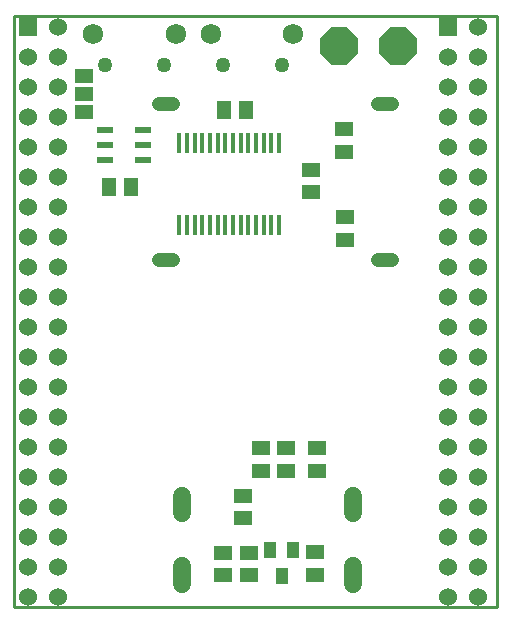
<source format=gbs>
G75*
%MOIN*%
%OFA0B0*%
%FSLAX25Y25*%
%IPPOS*%
%LPD*%
%AMOC8*
5,1,8,0,0,1.08239X$1,22.5*
%
%ADD10C,0.01000*%
%ADD11C,0.06000*%
%ADD12R,0.06000X0.06000*%
%ADD13R,0.05236X0.02087*%
%ADD14R,0.05118X0.05906*%
%ADD15C,0.06791*%
%ADD16C,0.05020*%
%ADD17C,0.04724*%
%ADD18R,0.06300X0.04600*%
%ADD19OC8,0.12500*%
%ADD20R,0.01370X0.07087*%
%ADD21C,0.05900*%
%ADD22C,0.00000*%
%ADD23C,0.03543*%
%ADD24R,0.05906X0.05118*%
%ADD25R,0.03937X0.05512*%
%ADD26R,0.06299X0.05118*%
D10*
X0019033Y0019923D02*
X0019033Y0216673D01*
X0180033Y0216673D01*
X0180033Y0019923D01*
X0019033Y0019923D01*
D11*
X0023955Y0023159D03*
X0023955Y0033159D03*
X0033955Y0033159D03*
X0033955Y0023159D03*
X0033955Y0043159D03*
X0033955Y0053159D03*
X0033955Y0063159D03*
X0033955Y0073159D03*
X0033955Y0083159D03*
X0033955Y0093159D03*
X0033955Y0103159D03*
X0033955Y0113159D03*
X0033955Y0123159D03*
X0033955Y0133159D03*
X0033955Y0143159D03*
X0033955Y0153159D03*
X0033955Y0163159D03*
X0033955Y0173159D03*
X0033955Y0183159D03*
X0033955Y0193159D03*
X0033955Y0203159D03*
X0033955Y0213159D03*
X0023955Y0203159D03*
X0023955Y0193159D03*
X0023955Y0183159D03*
X0023955Y0173159D03*
X0023955Y0163159D03*
X0023955Y0153159D03*
X0023955Y0143159D03*
X0023955Y0133159D03*
X0023955Y0123159D03*
X0023955Y0113159D03*
X0023955Y0103159D03*
X0023955Y0093159D03*
X0023955Y0083159D03*
X0023955Y0073159D03*
X0023955Y0063159D03*
X0023955Y0053159D03*
X0023955Y0043159D03*
X0163955Y0043159D03*
X0163955Y0053159D03*
X0163955Y0063159D03*
X0173955Y0063159D03*
X0173955Y0053159D03*
X0173955Y0043159D03*
X0173955Y0033159D03*
X0173955Y0023159D03*
X0163955Y0023159D03*
X0163955Y0033159D03*
X0163955Y0073159D03*
X0163955Y0083159D03*
X0173955Y0083159D03*
X0173955Y0073159D03*
X0173955Y0093159D03*
X0173955Y0103159D03*
X0173955Y0113159D03*
X0173955Y0123159D03*
X0173955Y0133159D03*
X0173955Y0143159D03*
X0173955Y0153159D03*
X0173955Y0163159D03*
X0173955Y0173159D03*
X0173955Y0183159D03*
X0173955Y0193159D03*
X0173955Y0203159D03*
X0173955Y0213159D03*
X0163955Y0203159D03*
X0163955Y0193159D03*
X0163955Y0183159D03*
X0163955Y0173159D03*
X0163955Y0163159D03*
X0163955Y0153159D03*
X0163955Y0143159D03*
X0163955Y0133159D03*
X0163955Y0123159D03*
X0163955Y0113159D03*
X0163955Y0103159D03*
X0163955Y0093159D03*
D12*
X0163955Y0213159D03*
X0023955Y0213159D03*
D13*
X0049433Y0178773D03*
X0049433Y0173773D03*
X0049433Y0168773D03*
X0062033Y0168773D03*
X0062033Y0173773D03*
X0062033Y0178773D03*
D14*
X0058223Y0159823D03*
X0050743Y0159823D03*
X0088993Y0185323D03*
X0096473Y0185323D03*
D15*
X0084754Y0210797D03*
X0073113Y0210797D03*
X0045554Y0210797D03*
X0112313Y0210797D03*
D16*
X0108376Y0200462D03*
X0088691Y0200462D03*
X0069176Y0200462D03*
X0049491Y0200462D03*
D17*
X0067371Y0187523D02*
X0072096Y0187523D01*
X0072096Y0135523D02*
X0067371Y0135523D01*
X0140371Y0135523D02*
X0145096Y0135523D01*
X0145096Y0187523D02*
X0140371Y0187523D01*
D18*
X0042433Y0184923D03*
X0042433Y0190923D03*
X0042433Y0196923D03*
D19*
X0127577Y0206923D03*
X0147262Y0206923D03*
D20*
X0107474Y0174429D03*
X0104915Y0174429D03*
X0102356Y0174429D03*
X0099797Y0174429D03*
X0097238Y0174429D03*
X0094679Y0174429D03*
X0092120Y0174429D03*
X0089561Y0174429D03*
X0087002Y0174429D03*
X0084443Y0174429D03*
X0081884Y0174429D03*
X0079325Y0174429D03*
X0076766Y0174429D03*
X0074207Y0174429D03*
X0074207Y0147216D03*
X0076766Y0147216D03*
X0079325Y0147216D03*
X0081884Y0147216D03*
X0084443Y0147216D03*
X0087002Y0147216D03*
X0089561Y0147216D03*
X0092120Y0147216D03*
X0094679Y0147216D03*
X0097238Y0147216D03*
X0099797Y0147216D03*
X0102356Y0147216D03*
X0104915Y0147216D03*
X0107474Y0147216D03*
D21*
X0132277Y0056971D02*
X0132277Y0051071D01*
X0132277Y0033506D02*
X0132277Y0027606D01*
X0075190Y0027606D02*
X0075190Y0033506D01*
X0075190Y0051071D02*
X0075190Y0056971D01*
D22*
X0073418Y0056974D02*
X0073420Y0057058D01*
X0073426Y0057141D01*
X0073436Y0057224D01*
X0073450Y0057307D01*
X0073467Y0057389D01*
X0073489Y0057470D01*
X0073514Y0057549D01*
X0073543Y0057628D01*
X0073576Y0057705D01*
X0073612Y0057780D01*
X0073652Y0057854D01*
X0073695Y0057926D01*
X0073742Y0057995D01*
X0073792Y0058062D01*
X0073845Y0058127D01*
X0073901Y0058189D01*
X0073959Y0058249D01*
X0074021Y0058306D01*
X0074085Y0058359D01*
X0074152Y0058410D01*
X0074221Y0058457D01*
X0074292Y0058502D01*
X0074365Y0058542D01*
X0074440Y0058579D01*
X0074517Y0058613D01*
X0074595Y0058643D01*
X0074674Y0058669D01*
X0074755Y0058692D01*
X0074837Y0058710D01*
X0074919Y0058725D01*
X0075002Y0058736D01*
X0075085Y0058743D01*
X0075169Y0058746D01*
X0075253Y0058745D01*
X0075336Y0058740D01*
X0075420Y0058731D01*
X0075502Y0058718D01*
X0075584Y0058702D01*
X0075665Y0058681D01*
X0075746Y0058657D01*
X0075824Y0058629D01*
X0075902Y0058597D01*
X0075978Y0058561D01*
X0076052Y0058522D01*
X0076124Y0058480D01*
X0076194Y0058434D01*
X0076262Y0058385D01*
X0076327Y0058333D01*
X0076390Y0058278D01*
X0076450Y0058220D01*
X0076508Y0058159D01*
X0076562Y0058095D01*
X0076614Y0058029D01*
X0076662Y0057961D01*
X0076707Y0057890D01*
X0076748Y0057817D01*
X0076787Y0057743D01*
X0076821Y0057667D01*
X0076852Y0057589D01*
X0076879Y0057510D01*
X0076903Y0057429D01*
X0076922Y0057348D01*
X0076938Y0057266D01*
X0076950Y0057183D01*
X0076958Y0057099D01*
X0076962Y0057016D01*
X0076962Y0056932D01*
X0076958Y0056849D01*
X0076950Y0056765D01*
X0076938Y0056682D01*
X0076922Y0056600D01*
X0076903Y0056519D01*
X0076879Y0056438D01*
X0076852Y0056359D01*
X0076821Y0056281D01*
X0076787Y0056205D01*
X0076748Y0056131D01*
X0076707Y0056058D01*
X0076662Y0055987D01*
X0076614Y0055919D01*
X0076562Y0055853D01*
X0076508Y0055789D01*
X0076450Y0055728D01*
X0076390Y0055670D01*
X0076327Y0055615D01*
X0076262Y0055563D01*
X0076194Y0055514D01*
X0076124Y0055468D01*
X0076052Y0055426D01*
X0075978Y0055387D01*
X0075902Y0055351D01*
X0075824Y0055319D01*
X0075746Y0055291D01*
X0075665Y0055267D01*
X0075584Y0055246D01*
X0075502Y0055230D01*
X0075420Y0055217D01*
X0075336Y0055208D01*
X0075253Y0055203D01*
X0075169Y0055202D01*
X0075085Y0055205D01*
X0075002Y0055212D01*
X0074919Y0055223D01*
X0074837Y0055238D01*
X0074755Y0055256D01*
X0074674Y0055279D01*
X0074595Y0055305D01*
X0074517Y0055335D01*
X0074440Y0055369D01*
X0074365Y0055406D01*
X0074292Y0055446D01*
X0074221Y0055491D01*
X0074152Y0055538D01*
X0074085Y0055589D01*
X0074021Y0055642D01*
X0073959Y0055699D01*
X0073901Y0055759D01*
X0073845Y0055821D01*
X0073792Y0055886D01*
X0073742Y0055953D01*
X0073695Y0056022D01*
X0073652Y0056094D01*
X0073612Y0056168D01*
X0073576Y0056243D01*
X0073543Y0056320D01*
X0073514Y0056399D01*
X0073489Y0056478D01*
X0073467Y0056559D01*
X0073450Y0056641D01*
X0073436Y0056724D01*
X0073426Y0056807D01*
X0073420Y0056890D01*
X0073418Y0056974D01*
X0073418Y0055202D02*
X0073420Y0055286D01*
X0073426Y0055369D01*
X0073436Y0055452D01*
X0073450Y0055535D01*
X0073467Y0055617D01*
X0073489Y0055698D01*
X0073514Y0055777D01*
X0073543Y0055856D01*
X0073576Y0055933D01*
X0073612Y0056008D01*
X0073652Y0056082D01*
X0073695Y0056154D01*
X0073742Y0056223D01*
X0073792Y0056290D01*
X0073845Y0056355D01*
X0073901Y0056417D01*
X0073959Y0056477D01*
X0074021Y0056534D01*
X0074085Y0056587D01*
X0074152Y0056638D01*
X0074221Y0056685D01*
X0074292Y0056730D01*
X0074365Y0056770D01*
X0074440Y0056807D01*
X0074517Y0056841D01*
X0074595Y0056871D01*
X0074674Y0056897D01*
X0074755Y0056920D01*
X0074837Y0056938D01*
X0074919Y0056953D01*
X0075002Y0056964D01*
X0075085Y0056971D01*
X0075169Y0056974D01*
X0075253Y0056973D01*
X0075336Y0056968D01*
X0075420Y0056959D01*
X0075502Y0056946D01*
X0075584Y0056930D01*
X0075665Y0056909D01*
X0075746Y0056885D01*
X0075824Y0056857D01*
X0075902Y0056825D01*
X0075978Y0056789D01*
X0076052Y0056750D01*
X0076124Y0056708D01*
X0076194Y0056662D01*
X0076262Y0056613D01*
X0076327Y0056561D01*
X0076390Y0056506D01*
X0076450Y0056448D01*
X0076508Y0056387D01*
X0076562Y0056323D01*
X0076614Y0056257D01*
X0076662Y0056189D01*
X0076707Y0056118D01*
X0076748Y0056045D01*
X0076787Y0055971D01*
X0076821Y0055895D01*
X0076852Y0055817D01*
X0076879Y0055738D01*
X0076903Y0055657D01*
X0076922Y0055576D01*
X0076938Y0055494D01*
X0076950Y0055411D01*
X0076958Y0055327D01*
X0076962Y0055244D01*
X0076962Y0055160D01*
X0076958Y0055077D01*
X0076950Y0054993D01*
X0076938Y0054910D01*
X0076922Y0054828D01*
X0076903Y0054747D01*
X0076879Y0054666D01*
X0076852Y0054587D01*
X0076821Y0054509D01*
X0076787Y0054433D01*
X0076748Y0054359D01*
X0076707Y0054286D01*
X0076662Y0054215D01*
X0076614Y0054147D01*
X0076562Y0054081D01*
X0076508Y0054017D01*
X0076450Y0053956D01*
X0076390Y0053898D01*
X0076327Y0053843D01*
X0076262Y0053791D01*
X0076194Y0053742D01*
X0076124Y0053696D01*
X0076052Y0053654D01*
X0075978Y0053615D01*
X0075902Y0053579D01*
X0075824Y0053547D01*
X0075746Y0053519D01*
X0075665Y0053495D01*
X0075584Y0053474D01*
X0075502Y0053458D01*
X0075420Y0053445D01*
X0075336Y0053436D01*
X0075253Y0053431D01*
X0075169Y0053430D01*
X0075085Y0053433D01*
X0075002Y0053440D01*
X0074919Y0053451D01*
X0074837Y0053466D01*
X0074755Y0053484D01*
X0074674Y0053507D01*
X0074595Y0053533D01*
X0074517Y0053563D01*
X0074440Y0053597D01*
X0074365Y0053634D01*
X0074292Y0053674D01*
X0074221Y0053719D01*
X0074152Y0053766D01*
X0074085Y0053817D01*
X0074021Y0053870D01*
X0073959Y0053927D01*
X0073901Y0053987D01*
X0073845Y0054049D01*
X0073792Y0054114D01*
X0073742Y0054181D01*
X0073695Y0054250D01*
X0073652Y0054322D01*
X0073612Y0054396D01*
X0073576Y0054471D01*
X0073543Y0054548D01*
X0073514Y0054627D01*
X0073489Y0054706D01*
X0073467Y0054787D01*
X0073450Y0054869D01*
X0073436Y0054952D01*
X0073426Y0055035D01*
X0073420Y0055118D01*
X0073418Y0055202D01*
X0073418Y0052840D02*
X0073420Y0052924D01*
X0073426Y0053007D01*
X0073436Y0053090D01*
X0073450Y0053173D01*
X0073467Y0053255D01*
X0073489Y0053336D01*
X0073514Y0053415D01*
X0073543Y0053494D01*
X0073576Y0053571D01*
X0073612Y0053646D01*
X0073652Y0053720D01*
X0073695Y0053792D01*
X0073742Y0053861D01*
X0073792Y0053928D01*
X0073845Y0053993D01*
X0073901Y0054055D01*
X0073959Y0054115D01*
X0074021Y0054172D01*
X0074085Y0054225D01*
X0074152Y0054276D01*
X0074221Y0054323D01*
X0074292Y0054368D01*
X0074365Y0054408D01*
X0074440Y0054445D01*
X0074517Y0054479D01*
X0074595Y0054509D01*
X0074674Y0054535D01*
X0074755Y0054558D01*
X0074837Y0054576D01*
X0074919Y0054591D01*
X0075002Y0054602D01*
X0075085Y0054609D01*
X0075169Y0054612D01*
X0075253Y0054611D01*
X0075336Y0054606D01*
X0075420Y0054597D01*
X0075502Y0054584D01*
X0075584Y0054568D01*
X0075665Y0054547D01*
X0075746Y0054523D01*
X0075824Y0054495D01*
X0075902Y0054463D01*
X0075978Y0054427D01*
X0076052Y0054388D01*
X0076124Y0054346D01*
X0076194Y0054300D01*
X0076262Y0054251D01*
X0076327Y0054199D01*
X0076390Y0054144D01*
X0076450Y0054086D01*
X0076508Y0054025D01*
X0076562Y0053961D01*
X0076614Y0053895D01*
X0076662Y0053827D01*
X0076707Y0053756D01*
X0076748Y0053683D01*
X0076787Y0053609D01*
X0076821Y0053533D01*
X0076852Y0053455D01*
X0076879Y0053376D01*
X0076903Y0053295D01*
X0076922Y0053214D01*
X0076938Y0053132D01*
X0076950Y0053049D01*
X0076958Y0052965D01*
X0076962Y0052882D01*
X0076962Y0052798D01*
X0076958Y0052715D01*
X0076950Y0052631D01*
X0076938Y0052548D01*
X0076922Y0052466D01*
X0076903Y0052385D01*
X0076879Y0052304D01*
X0076852Y0052225D01*
X0076821Y0052147D01*
X0076787Y0052071D01*
X0076748Y0051997D01*
X0076707Y0051924D01*
X0076662Y0051853D01*
X0076614Y0051785D01*
X0076562Y0051719D01*
X0076508Y0051655D01*
X0076450Y0051594D01*
X0076390Y0051536D01*
X0076327Y0051481D01*
X0076262Y0051429D01*
X0076194Y0051380D01*
X0076124Y0051334D01*
X0076052Y0051292D01*
X0075978Y0051253D01*
X0075902Y0051217D01*
X0075824Y0051185D01*
X0075746Y0051157D01*
X0075665Y0051133D01*
X0075584Y0051112D01*
X0075502Y0051096D01*
X0075420Y0051083D01*
X0075336Y0051074D01*
X0075253Y0051069D01*
X0075169Y0051068D01*
X0075085Y0051071D01*
X0075002Y0051078D01*
X0074919Y0051089D01*
X0074837Y0051104D01*
X0074755Y0051122D01*
X0074674Y0051145D01*
X0074595Y0051171D01*
X0074517Y0051201D01*
X0074440Y0051235D01*
X0074365Y0051272D01*
X0074292Y0051312D01*
X0074221Y0051357D01*
X0074152Y0051404D01*
X0074085Y0051455D01*
X0074021Y0051508D01*
X0073959Y0051565D01*
X0073901Y0051625D01*
X0073845Y0051687D01*
X0073792Y0051752D01*
X0073742Y0051819D01*
X0073695Y0051888D01*
X0073652Y0051960D01*
X0073612Y0052034D01*
X0073576Y0052109D01*
X0073543Y0052186D01*
X0073514Y0052265D01*
X0073489Y0052344D01*
X0073467Y0052425D01*
X0073450Y0052507D01*
X0073436Y0052590D01*
X0073426Y0052673D01*
X0073420Y0052756D01*
X0073418Y0052840D01*
X0073418Y0051068D02*
X0073420Y0051152D01*
X0073426Y0051235D01*
X0073436Y0051318D01*
X0073450Y0051401D01*
X0073467Y0051483D01*
X0073489Y0051564D01*
X0073514Y0051643D01*
X0073543Y0051722D01*
X0073576Y0051799D01*
X0073612Y0051874D01*
X0073652Y0051948D01*
X0073695Y0052020D01*
X0073742Y0052089D01*
X0073792Y0052156D01*
X0073845Y0052221D01*
X0073901Y0052283D01*
X0073959Y0052343D01*
X0074021Y0052400D01*
X0074085Y0052453D01*
X0074152Y0052504D01*
X0074221Y0052551D01*
X0074292Y0052596D01*
X0074365Y0052636D01*
X0074440Y0052673D01*
X0074517Y0052707D01*
X0074595Y0052737D01*
X0074674Y0052763D01*
X0074755Y0052786D01*
X0074837Y0052804D01*
X0074919Y0052819D01*
X0075002Y0052830D01*
X0075085Y0052837D01*
X0075169Y0052840D01*
X0075253Y0052839D01*
X0075336Y0052834D01*
X0075420Y0052825D01*
X0075502Y0052812D01*
X0075584Y0052796D01*
X0075665Y0052775D01*
X0075746Y0052751D01*
X0075824Y0052723D01*
X0075902Y0052691D01*
X0075978Y0052655D01*
X0076052Y0052616D01*
X0076124Y0052574D01*
X0076194Y0052528D01*
X0076262Y0052479D01*
X0076327Y0052427D01*
X0076390Y0052372D01*
X0076450Y0052314D01*
X0076508Y0052253D01*
X0076562Y0052189D01*
X0076614Y0052123D01*
X0076662Y0052055D01*
X0076707Y0051984D01*
X0076748Y0051911D01*
X0076787Y0051837D01*
X0076821Y0051761D01*
X0076852Y0051683D01*
X0076879Y0051604D01*
X0076903Y0051523D01*
X0076922Y0051442D01*
X0076938Y0051360D01*
X0076950Y0051277D01*
X0076958Y0051193D01*
X0076962Y0051110D01*
X0076962Y0051026D01*
X0076958Y0050943D01*
X0076950Y0050859D01*
X0076938Y0050776D01*
X0076922Y0050694D01*
X0076903Y0050613D01*
X0076879Y0050532D01*
X0076852Y0050453D01*
X0076821Y0050375D01*
X0076787Y0050299D01*
X0076748Y0050225D01*
X0076707Y0050152D01*
X0076662Y0050081D01*
X0076614Y0050013D01*
X0076562Y0049947D01*
X0076508Y0049883D01*
X0076450Y0049822D01*
X0076390Y0049764D01*
X0076327Y0049709D01*
X0076262Y0049657D01*
X0076194Y0049608D01*
X0076124Y0049562D01*
X0076052Y0049520D01*
X0075978Y0049481D01*
X0075902Y0049445D01*
X0075824Y0049413D01*
X0075746Y0049385D01*
X0075665Y0049361D01*
X0075584Y0049340D01*
X0075502Y0049324D01*
X0075420Y0049311D01*
X0075336Y0049302D01*
X0075253Y0049297D01*
X0075169Y0049296D01*
X0075085Y0049299D01*
X0075002Y0049306D01*
X0074919Y0049317D01*
X0074837Y0049332D01*
X0074755Y0049350D01*
X0074674Y0049373D01*
X0074595Y0049399D01*
X0074517Y0049429D01*
X0074440Y0049463D01*
X0074365Y0049500D01*
X0074292Y0049540D01*
X0074221Y0049585D01*
X0074152Y0049632D01*
X0074085Y0049683D01*
X0074021Y0049736D01*
X0073959Y0049793D01*
X0073901Y0049853D01*
X0073845Y0049915D01*
X0073792Y0049980D01*
X0073742Y0050047D01*
X0073695Y0050116D01*
X0073652Y0050188D01*
X0073612Y0050262D01*
X0073576Y0050337D01*
X0073543Y0050414D01*
X0073514Y0050493D01*
X0073489Y0050572D01*
X0073467Y0050653D01*
X0073450Y0050735D01*
X0073436Y0050818D01*
X0073426Y0050901D01*
X0073420Y0050984D01*
X0073418Y0051068D01*
X0073418Y0033549D02*
X0073420Y0033633D01*
X0073426Y0033716D01*
X0073436Y0033799D01*
X0073450Y0033882D01*
X0073467Y0033964D01*
X0073489Y0034045D01*
X0073514Y0034124D01*
X0073543Y0034203D01*
X0073576Y0034280D01*
X0073612Y0034355D01*
X0073652Y0034429D01*
X0073695Y0034501D01*
X0073742Y0034570D01*
X0073792Y0034637D01*
X0073845Y0034702D01*
X0073901Y0034764D01*
X0073959Y0034824D01*
X0074021Y0034881D01*
X0074085Y0034934D01*
X0074152Y0034985D01*
X0074221Y0035032D01*
X0074292Y0035077D01*
X0074365Y0035117D01*
X0074440Y0035154D01*
X0074517Y0035188D01*
X0074595Y0035218D01*
X0074674Y0035244D01*
X0074755Y0035267D01*
X0074837Y0035285D01*
X0074919Y0035300D01*
X0075002Y0035311D01*
X0075085Y0035318D01*
X0075169Y0035321D01*
X0075253Y0035320D01*
X0075336Y0035315D01*
X0075420Y0035306D01*
X0075502Y0035293D01*
X0075584Y0035277D01*
X0075665Y0035256D01*
X0075746Y0035232D01*
X0075824Y0035204D01*
X0075902Y0035172D01*
X0075978Y0035136D01*
X0076052Y0035097D01*
X0076124Y0035055D01*
X0076194Y0035009D01*
X0076262Y0034960D01*
X0076327Y0034908D01*
X0076390Y0034853D01*
X0076450Y0034795D01*
X0076508Y0034734D01*
X0076562Y0034670D01*
X0076614Y0034604D01*
X0076662Y0034536D01*
X0076707Y0034465D01*
X0076748Y0034392D01*
X0076787Y0034318D01*
X0076821Y0034242D01*
X0076852Y0034164D01*
X0076879Y0034085D01*
X0076903Y0034004D01*
X0076922Y0033923D01*
X0076938Y0033841D01*
X0076950Y0033758D01*
X0076958Y0033674D01*
X0076962Y0033591D01*
X0076962Y0033507D01*
X0076958Y0033424D01*
X0076950Y0033340D01*
X0076938Y0033257D01*
X0076922Y0033175D01*
X0076903Y0033094D01*
X0076879Y0033013D01*
X0076852Y0032934D01*
X0076821Y0032856D01*
X0076787Y0032780D01*
X0076748Y0032706D01*
X0076707Y0032633D01*
X0076662Y0032562D01*
X0076614Y0032494D01*
X0076562Y0032428D01*
X0076508Y0032364D01*
X0076450Y0032303D01*
X0076390Y0032245D01*
X0076327Y0032190D01*
X0076262Y0032138D01*
X0076194Y0032089D01*
X0076124Y0032043D01*
X0076052Y0032001D01*
X0075978Y0031962D01*
X0075902Y0031926D01*
X0075824Y0031894D01*
X0075746Y0031866D01*
X0075665Y0031842D01*
X0075584Y0031821D01*
X0075502Y0031805D01*
X0075420Y0031792D01*
X0075336Y0031783D01*
X0075253Y0031778D01*
X0075169Y0031777D01*
X0075085Y0031780D01*
X0075002Y0031787D01*
X0074919Y0031798D01*
X0074837Y0031813D01*
X0074755Y0031831D01*
X0074674Y0031854D01*
X0074595Y0031880D01*
X0074517Y0031910D01*
X0074440Y0031944D01*
X0074365Y0031981D01*
X0074292Y0032021D01*
X0074221Y0032066D01*
X0074152Y0032113D01*
X0074085Y0032164D01*
X0074021Y0032217D01*
X0073959Y0032274D01*
X0073901Y0032334D01*
X0073845Y0032396D01*
X0073792Y0032461D01*
X0073742Y0032528D01*
X0073695Y0032597D01*
X0073652Y0032669D01*
X0073612Y0032743D01*
X0073576Y0032818D01*
X0073543Y0032895D01*
X0073514Y0032974D01*
X0073489Y0033053D01*
X0073467Y0033134D01*
X0073450Y0033216D01*
X0073436Y0033299D01*
X0073426Y0033382D01*
X0073420Y0033465D01*
X0073418Y0033549D01*
X0073418Y0031777D02*
X0073420Y0031861D01*
X0073426Y0031944D01*
X0073436Y0032027D01*
X0073450Y0032110D01*
X0073467Y0032192D01*
X0073489Y0032273D01*
X0073514Y0032352D01*
X0073543Y0032431D01*
X0073576Y0032508D01*
X0073612Y0032583D01*
X0073652Y0032657D01*
X0073695Y0032729D01*
X0073742Y0032798D01*
X0073792Y0032865D01*
X0073845Y0032930D01*
X0073901Y0032992D01*
X0073959Y0033052D01*
X0074021Y0033109D01*
X0074085Y0033162D01*
X0074152Y0033213D01*
X0074221Y0033260D01*
X0074292Y0033305D01*
X0074365Y0033345D01*
X0074440Y0033382D01*
X0074517Y0033416D01*
X0074595Y0033446D01*
X0074674Y0033472D01*
X0074755Y0033495D01*
X0074837Y0033513D01*
X0074919Y0033528D01*
X0075002Y0033539D01*
X0075085Y0033546D01*
X0075169Y0033549D01*
X0075253Y0033548D01*
X0075336Y0033543D01*
X0075420Y0033534D01*
X0075502Y0033521D01*
X0075584Y0033505D01*
X0075665Y0033484D01*
X0075746Y0033460D01*
X0075824Y0033432D01*
X0075902Y0033400D01*
X0075978Y0033364D01*
X0076052Y0033325D01*
X0076124Y0033283D01*
X0076194Y0033237D01*
X0076262Y0033188D01*
X0076327Y0033136D01*
X0076390Y0033081D01*
X0076450Y0033023D01*
X0076508Y0032962D01*
X0076562Y0032898D01*
X0076614Y0032832D01*
X0076662Y0032764D01*
X0076707Y0032693D01*
X0076748Y0032620D01*
X0076787Y0032546D01*
X0076821Y0032470D01*
X0076852Y0032392D01*
X0076879Y0032313D01*
X0076903Y0032232D01*
X0076922Y0032151D01*
X0076938Y0032069D01*
X0076950Y0031986D01*
X0076958Y0031902D01*
X0076962Y0031819D01*
X0076962Y0031735D01*
X0076958Y0031652D01*
X0076950Y0031568D01*
X0076938Y0031485D01*
X0076922Y0031403D01*
X0076903Y0031322D01*
X0076879Y0031241D01*
X0076852Y0031162D01*
X0076821Y0031084D01*
X0076787Y0031008D01*
X0076748Y0030934D01*
X0076707Y0030861D01*
X0076662Y0030790D01*
X0076614Y0030722D01*
X0076562Y0030656D01*
X0076508Y0030592D01*
X0076450Y0030531D01*
X0076390Y0030473D01*
X0076327Y0030418D01*
X0076262Y0030366D01*
X0076194Y0030317D01*
X0076124Y0030271D01*
X0076052Y0030229D01*
X0075978Y0030190D01*
X0075902Y0030154D01*
X0075824Y0030122D01*
X0075746Y0030094D01*
X0075665Y0030070D01*
X0075584Y0030049D01*
X0075502Y0030033D01*
X0075420Y0030020D01*
X0075336Y0030011D01*
X0075253Y0030006D01*
X0075169Y0030005D01*
X0075085Y0030008D01*
X0075002Y0030015D01*
X0074919Y0030026D01*
X0074837Y0030041D01*
X0074755Y0030059D01*
X0074674Y0030082D01*
X0074595Y0030108D01*
X0074517Y0030138D01*
X0074440Y0030172D01*
X0074365Y0030209D01*
X0074292Y0030249D01*
X0074221Y0030294D01*
X0074152Y0030341D01*
X0074085Y0030392D01*
X0074021Y0030445D01*
X0073959Y0030502D01*
X0073901Y0030562D01*
X0073845Y0030624D01*
X0073792Y0030689D01*
X0073742Y0030756D01*
X0073695Y0030825D01*
X0073652Y0030897D01*
X0073612Y0030971D01*
X0073576Y0031046D01*
X0073543Y0031123D01*
X0073514Y0031202D01*
X0073489Y0031281D01*
X0073467Y0031362D01*
X0073450Y0031444D01*
X0073436Y0031527D01*
X0073426Y0031610D01*
X0073420Y0031693D01*
X0073418Y0031777D01*
X0073418Y0029415D02*
X0073420Y0029499D01*
X0073426Y0029582D01*
X0073436Y0029665D01*
X0073450Y0029748D01*
X0073467Y0029830D01*
X0073489Y0029911D01*
X0073514Y0029990D01*
X0073543Y0030069D01*
X0073576Y0030146D01*
X0073612Y0030221D01*
X0073652Y0030295D01*
X0073695Y0030367D01*
X0073742Y0030436D01*
X0073792Y0030503D01*
X0073845Y0030568D01*
X0073901Y0030630D01*
X0073959Y0030690D01*
X0074021Y0030747D01*
X0074085Y0030800D01*
X0074152Y0030851D01*
X0074221Y0030898D01*
X0074292Y0030943D01*
X0074365Y0030983D01*
X0074440Y0031020D01*
X0074517Y0031054D01*
X0074595Y0031084D01*
X0074674Y0031110D01*
X0074755Y0031133D01*
X0074837Y0031151D01*
X0074919Y0031166D01*
X0075002Y0031177D01*
X0075085Y0031184D01*
X0075169Y0031187D01*
X0075253Y0031186D01*
X0075336Y0031181D01*
X0075420Y0031172D01*
X0075502Y0031159D01*
X0075584Y0031143D01*
X0075665Y0031122D01*
X0075746Y0031098D01*
X0075824Y0031070D01*
X0075902Y0031038D01*
X0075978Y0031002D01*
X0076052Y0030963D01*
X0076124Y0030921D01*
X0076194Y0030875D01*
X0076262Y0030826D01*
X0076327Y0030774D01*
X0076390Y0030719D01*
X0076450Y0030661D01*
X0076508Y0030600D01*
X0076562Y0030536D01*
X0076614Y0030470D01*
X0076662Y0030402D01*
X0076707Y0030331D01*
X0076748Y0030258D01*
X0076787Y0030184D01*
X0076821Y0030108D01*
X0076852Y0030030D01*
X0076879Y0029951D01*
X0076903Y0029870D01*
X0076922Y0029789D01*
X0076938Y0029707D01*
X0076950Y0029624D01*
X0076958Y0029540D01*
X0076962Y0029457D01*
X0076962Y0029373D01*
X0076958Y0029290D01*
X0076950Y0029206D01*
X0076938Y0029123D01*
X0076922Y0029041D01*
X0076903Y0028960D01*
X0076879Y0028879D01*
X0076852Y0028800D01*
X0076821Y0028722D01*
X0076787Y0028646D01*
X0076748Y0028572D01*
X0076707Y0028499D01*
X0076662Y0028428D01*
X0076614Y0028360D01*
X0076562Y0028294D01*
X0076508Y0028230D01*
X0076450Y0028169D01*
X0076390Y0028111D01*
X0076327Y0028056D01*
X0076262Y0028004D01*
X0076194Y0027955D01*
X0076124Y0027909D01*
X0076052Y0027867D01*
X0075978Y0027828D01*
X0075902Y0027792D01*
X0075824Y0027760D01*
X0075746Y0027732D01*
X0075665Y0027708D01*
X0075584Y0027687D01*
X0075502Y0027671D01*
X0075420Y0027658D01*
X0075336Y0027649D01*
X0075253Y0027644D01*
X0075169Y0027643D01*
X0075085Y0027646D01*
X0075002Y0027653D01*
X0074919Y0027664D01*
X0074837Y0027679D01*
X0074755Y0027697D01*
X0074674Y0027720D01*
X0074595Y0027746D01*
X0074517Y0027776D01*
X0074440Y0027810D01*
X0074365Y0027847D01*
X0074292Y0027887D01*
X0074221Y0027932D01*
X0074152Y0027979D01*
X0074085Y0028030D01*
X0074021Y0028083D01*
X0073959Y0028140D01*
X0073901Y0028200D01*
X0073845Y0028262D01*
X0073792Y0028327D01*
X0073742Y0028394D01*
X0073695Y0028463D01*
X0073652Y0028535D01*
X0073612Y0028609D01*
X0073576Y0028684D01*
X0073543Y0028761D01*
X0073514Y0028840D01*
X0073489Y0028919D01*
X0073467Y0029000D01*
X0073450Y0029082D01*
X0073436Y0029165D01*
X0073426Y0029248D01*
X0073420Y0029331D01*
X0073418Y0029415D01*
X0073418Y0027643D02*
X0073420Y0027727D01*
X0073426Y0027810D01*
X0073436Y0027893D01*
X0073450Y0027976D01*
X0073467Y0028058D01*
X0073489Y0028139D01*
X0073514Y0028218D01*
X0073543Y0028297D01*
X0073576Y0028374D01*
X0073612Y0028449D01*
X0073652Y0028523D01*
X0073695Y0028595D01*
X0073742Y0028664D01*
X0073792Y0028731D01*
X0073845Y0028796D01*
X0073901Y0028858D01*
X0073959Y0028918D01*
X0074021Y0028975D01*
X0074085Y0029028D01*
X0074152Y0029079D01*
X0074221Y0029126D01*
X0074292Y0029171D01*
X0074365Y0029211D01*
X0074440Y0029248D01*
X0074517Y0029282D01*
X0074595Y0029312D01*
X0074674Y0029338D01*
X0074755Y0029361D01*
X0074837Y0029379D01*
X0074919Y0029394D01*
X0075002Y0029405D01*
X0075085Y0029412D01*
X0075169Y0029415D01*
X0075253Y0029414D01*
X0075336Y0029409D01*
X0075420Y0029400D01*
X0075502Y0029387D01*
X0075584Y0029371D01*
X0075665Y0029350D01*
X0075746Y0029326D01*
X0075824Y0029298D01*
X0075902Y0029266D01*
X0075978Y0029230D01*
X0076052Y0029191D01*
X0076124Y0029149D01*
X0076194Y0029103D01*
X0076262Y0029054D01*
X0076327Y0029002D01*
X0076390Y0028947D01*
X0076450Y0028889D01*
X0076508Y0028828D01*
X0076562Y0028764D01*
X0076614Y0028698D01*
X0076662Y0028630D01*
X0076707Y0028559D01*
X0076748Y0028486D01*
X0076787Y0028412D01*
X0076821Y0028336D01*
X0076852Y0028258D01*
X0076879Y0028179D01*
X0076903Y0028098D01*
X0076922Y0028017D01*
X0076938Y0027935D01*
X0076950Y0027852D01*
X0076958Y0027768D01*
X0076962Y0027685D01*
X0076962Y0027601D01*
X0076958Y0027518D01*
X0076950Y0027434D01*
X0076938Y0027351D01*
X0076922Y0027269D01*
X0076903Y0027188D01*
X0076879Y0027107D01*
X0076852Y0027028D01*
X0076821Y0026950D01*
X0076787Y0026874D01*
X0076748Y0026800D01*
X0076707Y0026727D01*
X0076662Y0026656D01*
X0076614Y0026588D01*
X0076562Y0026522D01*
X0076508Y0026458D01*
X0076450Y0026397D01*
X0076390Y0026339D01*
X0076327Y0026284D01*
X0076262Y0026232D01*
X0076194Y0026183D01*
X0076124Y0026137D01*
X0076052Y0026095D01*
X0075978Y0026056D01*
X0075902Y0026020D01*
X0075824Y0025988D01*
X0075746Y0025960D01*
X0075665Y0025936D01*
X0075584Y0025915D01*
X0075502Y0025899D01*
X0075420Y0025886D01*
X0075336Y0025877D01*
X0075253Y0025872D01*
X0075169Y0025871D01*
X0075085Y0025874D01*
X0075002Y0025881D01*
X0074919Y0025892D01*
X0074837Y0025907D01*
X0074755Y0025925D01*
X0074674Y0025948D01*
X0074595Y0025974D01*
X0074517Y0026004D01*
X0074440Y0026038D01*
X0074365Y0026075D01*
X0074292Y0026115D01*
X0074221Y0026160D01*
X0074152Y0026207D01*
X0074085Y0026258D01*
X0074021Y0026311D01*
X0073959Y0026368D01*
X0073901Y0026428D01*
X0073845Y0026490D01*
X0073792Y0026555D01*
X0073742Y0026622D01*
X0073695Y0026691D01*
X0073652Y0026763D01*
X0073612Y0026837D01*
X0073576Y0026912D01*
X0073543Y0026989D01*
X0073514Y0027068D01*
X0073489Y0027147D01*
X0073467Y0027228D01*
X0073450Y0027310D01*
X0073436Y0027393D01*
X0073426Y0027476D01*
X0073420Y0027559D01*
X0073418Y0027643D01*
X0130505Y0027643D02*
X0130507Y0027727D01*
X0130513Y0027810D01*
X0130523Y0027893D01*
X0130537Y0027976D01*
X0130554Y0028058D01*
X0130576Y0028139D01*
X0130601Y0028218D01*
X0130630Y0028297D01*
X0130663Y0028374D01*
X0130699Y0028449D01*
X0130739Y0028523D01*
X0130782Y0028595D01*
X0130829Y0028664D01*
X0130879Y0028731D01*
X0130932Y0028796D01*
X0130988Y0028858D01*
X0131046Y0028918D01*
X0131108Y0028975D01*
X0131172Y0029028D01*
X0131239Y0029079D01*
X0131308Y0029126D01*
X0131379Y0029171D01*
X0131452Y0029211D01*
X0131527Y0029248D01*
X0131604Y0029282D01*
X0131682Y0029312D01*
X0131761Y0029338D01*
X0131842Y0029361D01*
X0131924Y0029379D01*
X0132006Y0029394D01*
X0132089Y0029405D01*
X0132172Y0029412D01*
X0132256Y0029415D01*
X0132340Y0029414D01*
X0132423Y0029409D01*
X0132507Y0029400D01*
X0132589Y0029387D01*
X0132671Y0029371D01*
X0132752Y0029350D01*
X0132833Y0029326D01*
X0132911Y0029298D01*
X0132989Y0029266D01*
X0133065Y0029230D01*
X0133139Y0029191D01*
X0133211Y0029149D01*
X0133281Y0029103D01*
X0133349Y0029054D01*
X0133414Y0029002D01*
X0133477Y0028947D01*
X0133537Y0028889D01*
X0133595Y0028828D01*
X0133649Y0028764D01*
X0133701Y0028698D01*
X0133749Y0028630D01*
X0133794Y0028559D01*
X0133835Y0028486D01*
X0133874Y0028412D01*
X0133908Y0028336D01*
X0133939Y0028258D01*
X0133966Y0028179D01*
X0133990Y0028098D01*
X0134009Y0028017D01*
X0134025Y0027935D01*
X0134037Y0027852D01*
X0134045Y0027768D01*
X0134049Y0027685D01*
X0134049Y0027601D01*
X0134045Y0027518D01*
X0134037Y0027434D01*
X0134025Y0027351D01*
X0134009Y0027269D01*
X0133990Y0027188D01*
X0133966Y0027107D01*
X0133939Y0027028D01*
X0133908Y0026950D01*
X0133874Y0026874D01*
X0133835Y0026800D01*
X0133794Y0026727D01*
X0133749Y0026656D01*
X0133701Y0026588D01*
X0133649Y0026522D01*
X0133595Y0026458D01*
X0133537Y0026397D01*
X0133477Y0026339D01*
X0133414Y0026284D01*
X0133349Y0026232D01*
X0133281Y0026183D01*
X0133211Y0026137D01*
X0133139Y0026095D01*
X0133065Y0026056D01*
X0132989Y0026020D01*
X0132911Y0025988D01*
X0132833Y0025960D01*
X0132752Y0025936D01*
X0132671Y0025915D01*
X0132589Y0025899D01*
X0132507Y0025886D01*
X0132423Y0025877D01*
X0132340Y0025872D01*
X0132256Y0025871D01*
X0132172Y0025874D01*
X0132089Y0025881D01*
X0132006Y0025892D01*
X0131924Y0025907D01*
X0131842Y0025925D01*
X0131761Y0025948D01*
X0131682Y0025974D01*
X0131604Y0026004D01*
X0131527Y0026038D01*
X0131452Y0026075D01*
X0131379Y0026115D01*
X0131308Y0026160D01*
X0131239Y0026207D01*
X0131172Y0026258D01*
X0131108Y0026311D01*
X0131046Y0026368D01*
X0130988Y0026428D01*
X0130932Y0026490D01*
X0130879Y0026555D01*
X0130829Y0026622D01*
X0130782Y0026691D01*
X0130739Y0026763D01*
X0130699Y0026837D01*
X0130663Y0026912D01*
X0130630Y0026989D01*
X0130601Y0027068D01*
X0130576Y0027147D01*
X0130554Y0027228D01*
X0130537Y0027310D01*
X0130523Y0027393D01*
X0130513Y0027476D01*
X0130507Y0027559D01*
X0130505Y0027643D01*
X0130505Y0029415D02*
X0130507Y0029499D01*
X0130513Y0029582D01*
X0130523Y0029665D01*
X0130537Y0029748D01*
X0130554Y0029830D01*
X0130576Y0029911D01*
X0130601Y0029990D01*
X0130630Y0030069D01*
X0130663Y0030146D01*
X0130699Y0030221D01*
X0130739Y0030295D01*
X0130782Y0030367D01*
X0130829Y0030436D01*
X0130879Y0030503D01*
X0130932Y0030568D01*
X0130988Y0030630D01*
X0131046Y0030690D01*
X0131108Y0030747D01*
X0131172Y0030800D01*
X0131239Y0030851D01*
X0131308Y0030898D01*
X0131379Y0030943D01*
X0131452Y0030983D01*
X0131527Y0031020D01*
X0131604Y0031054D01*
X0131682Y0031084D01*
X0131761Y0031110D01*
X0131842Y0031133D01*
X0131924Y0031151D01*
X0132006Y0031166D01*
X0132089Y0031177D01*
X0132172Y0031184D01*
X0132256Y0031187D01*
X0132340Y0031186D01*
X0132423Y0031181D01*
X0132507Y0031172D01*
X0132589Y0031159D01*
X0132671Y0031143D01*
X0132752Y0031122D01*
X0132833Y0031098D01*
X0132911Y0031070D01*
X0132989Y0031038D01*
X0133065Y0031002D01*
X0133139Y0030963D01*
X0133211Y0030921D01*
X0133281Y0030875D01*
X0133349Y0030826D01*
X0133414Y0030774D01*
X0133477Y0030719D01*
X0133537Y0030661D01*
X0133595Y0030600D01*
X0133649Y0030536D01*
X0133701Y0030470D01*
X0133749Y0030402D01*
X0133794Y0030331D01*
X0133835Y0030258D01*
X0133874Y0030184D01*
X0133908Y0030108D01*
X0133939Y0030030D01*
X0133966Y0029951D01*
X0133990Y0029870D01*
X0134009Y0029789D01*
X0134025Y0029707D01*
X0134037Y0029624D01*
X0134045Y0029540D01*
X0134049Y0029457D01*
X0134049Y0029373D01*
X0134045Y0029290D01*
X0134037Y0029206D01*
X0134025Y0029123D01*
X0134009Y0029041D01*
X0133990Y0028960D01*
X0133966Y0028879D01*
X0133939Y0028800D01*
X0133908Y0028722D01*
X0133874Y0028646D01*
X0133835Y0028572D01*
X0133794Y0028499D01*
X0133749Y0028428D01*
X0133701Y0028360D01*
X0133649Y0028294D01*
X0133595Y0028230D01*
X0133537Y0028169D01*
X0133477Y0028111D01*
X0133414Y0028056D01*
X0133349Y0028004D01*
X0133281Y0027955D01*
X0133211Y0027909D01*
X0133139Y0027867D01*
X0133065Y0027828D01*
X0132989Y0027792D01*
X0132911Y0027760D01*
X0132833Y0027732D01*
X0132752Y0027708D01*
X0132671Y0027687D01*
X0132589Y0027671D01*
X0132507Y0027658D01*
X0132423Y0027649D01*
X0132340Y0027644D01*
X0132256Y0027643D01*
X0132172Y0027646D01*
X0132089Y0027653D01*
X0132006Y0027664D01*
X0131924Y0027679D01*
X0131842Y0027697D01*
X0131761Y0027720D01*
X0131682Y0027746D01*
X0131604Y0027776D01*
X0131527Y0027810D01*
X0131452Y0027847D01*
X0131379Y0027887D01*
X0131308Y0027932D01*
X0131239Y0027979D01*
X0131172Y0028030D01*
X0131108Y0028083D01*
X0131046Y0028140D01*
X0130988Y0028200D01*
X0130932Y0028262D01*
X0130879Y0028327D01*
X0130829Y0028394D01*
X0130782Y0028463D01*
X0130739Y0028535D01*
X0130699Y0028609D01*
X0130663Y0028684D01*
X0130630Y0028761D01*
X0130601Y0028840D01*
X0130576Y0028919D01*
X0130554Y0029000D01*
X0130537Y0029082D01*
X0130523Y0029165D01*
X0130513Y0029248D01*
X0130507Y0029331D01*
X0130505Y0029415D01*
X0130505Y0031777D02*
X0130507Y0031861D01*
X0130513Y0031944D01*
X0130523Y0032027D01*
X0130537Y0032110D01*
X0130554Y0032192D01*
X0130576Y0032273D01*
X0130601Y0032352D01*
X0130630Y0032431D01*
X0130663Y0032508D01*
X0130699Y0032583D01*
X0130739Y0032657D01*
X0130782Y0032729D01*
X0130829Y0032798D01*
X0130879Y0032865D01*
X0130932Y0032930D01*
X0130988Y0032992D01*
X0131046Y0033052D01*
X0131108Y0033109D01*
X0131172Y0033162D01*
X0131239Y0033213D01*
X0131308Y0033260D01*
X0131379Y0033305D01*
X0131452Y0033345D01*
X0131527Y0033382D01*
X0131604Y0033416D01*
X0131682Y0033446D01*
X0131761Y0033472D01*
X0131842Y0033495D01*
X0131924Y0033513D01*
X0132006Y0033528D01*
X0132089Y0033539D01*
X0132172Y0033546D01*
X0132256Y0033549D01*
X0132340Y0033548D01*
X0132423Y0033543D01*
X0132507Y0033534D01*
X0132589Y0033521D01*
X0132671Y0033505D01*
X0132752Y0033484D01*
X0132833Y0033460D01*
X0132911Y0033432D01*
X0132989Y0033400D01*
X0133065Y0033364D01*
X0133139Y0033325D01*
X0133211Y0033283D01*
X0133281Y0033237D01*
X0133349Y0033188D01*
X0133414Y0033136D01*
X0133477Y0033081D01*
X0133537Y0033023D01*
X0133595Y0032962D01*
X0133649Y0032898D01*
X0133701Y0032832D01*
X0133749Y0032764D01*
X0133794Y0032693D01*
X0133835Y0032620D01*
X0133874Y0032546D01*
X0133908Y0032470D01*
X0133939Y0032392D01*
X0133966Y0032313D01*
X0133990Y0032232D01*
X0134009Y0032151D01*
X0134025Y0032069D01*
X0134037Y0031986D01*
X0134045Y0031902D01*
X0134049Y0031819D01*
X0134049Y0031735D01*
X0134045Y0031652D01*
X0134037Y0031568D01*
X0134025Y0031485D01*
X0134009Y0031403D01*
X0133990Y0031322D01*
X0133966Y0031241D01*
X0133939Y0031162D01*
X0133908Y0031084D01*
X0133874Y0031008D01*
X0133835Y0030934D01*
X0133794Y0030861D01*
X0133749Y0030790D01*
X0133701Y0030722D01*
X0133649Y0030656D01*
X0133595Y0030592D01*
X0133537Y0030531D01*
X0133477Y0030473D01*
X0133414Y0030418D01*
X0133349Y0030366D01*
X0133281Y0030317D01*
X0133211Y0030271D01*
X0133139Y0030229D01*
X0133065Y0030190D01*
X0132989Y0030154D01*
X0132911Y0030122D01*
X0132833Y0030094D01*
X0132752Y0030070D01*
X0132671Y0030049D01*
X0132589Y0030033D01*
X0132507Y0030020D01*
X0132423Y0030011D01*
X0132340Y0030006D01*
X0132256Y0030005D01*
X0132172Y0030008D01*
X0132089Y0030015D01*
X0132006Y0030026D01*
X0131924Y0030041D01*
X0131842Y0030059D01*
X0131761Y0030082D01*
X0131682Y0030108D01*
X0131604Y0030138D01*
X0131527Y0030172D01*
X0131452Y0030209D01*
X0131379Y0030249D01*
X0131308Y0030294D01*
X0131239Y0030341D01*
X0131172Y0030392D01*
X0131108Y0030445D01*
X0131046Y0030502D01*
X0130988Y0030562D01*
X0130932Y0030624D01*
X0130879Y0030689D01*
X0130829Y0030756D01*
X0130782Y0030825D01*
X0130739Y0030897D01*
X0130699Y0030971D01*
X0130663Y0031046D01*
X0130630Y0031123D01*
X0130601Y0031202D01*
X0130576Y0031281D01*
X0130554Y0031362D01*
X0130537Y0031444D01*
X0130523Y0031527D01*
X0130513Y0031610D01*
X0130507Y0031693D01*
X0130505Y0031777D01*
X0130505Y0033549D02*
X0130507Y0033633D01*
X0130513Y0033716D01*
X0130523Y0033799D01*
X0130537Y0033882D01*
X0130554Y0033964D01*
X0130576Y0034045D01*
X0130601Y0034124D01*
X0130630Y0034203D01*
X0130663Y0034280D01*
X0130699Y0034355D01*
X0130739Y0034429D01*
X0130782Y0034501D01*
X0130829Y0034570D01*
X0130879Y0034637D01*
X0130932Y0034702D01*
X0130988Y0034764D01*
X0131046Y0034824D01*
X0131108Y0034881D01*
X0131172Y0034934D01*
X0131239Y0034985D01*
X0131308Y0035032D01*
X0131379Y0035077D01*
X0131452Y0035117D01*
X0131527Y0035154D01*
X0131604Y0035188D01*
X0131682Y0035218D01*
X0131761Y0035244D01*
X0131842Y0035267D01*
X0131924Y0035285D01*
X0132006Y0035300D01*
X0132089Y0035311D01*
X0132172Y0035318D01*
X0132256Y0035321D01*
X0132340Y0035320D01*
X0132423Y0035315D01*
X0132507Y0035306D01*
X0132589Y0035293D01*
X0132671Y0035277D01*
X0132752Y0035256D01*
X0132833Y0035232D01*
X0132911Y0035204D01*
X0132989Y0035172D01*
X0133065Y0035136D01*
X0133139Y0035097D01*
X0133211Y0035055D01*
X0133281Y0035009D01*
X0133349Y0034960D01*
X0133414Y0034908D01*
X0133477Y0034853D01*
X0133537Y0034795D01*
X0133595Y0034734D01*
X0133649Y0034670D01*
X0133701Y0034604D01*
X0133749Y0034536D01*
X0133794Y0034465D01*
X0133835Y0034392D01*
X0133874Y0034318D01*
X0133908Y0034242D01*
X0133939Y0034164D01*
X0133966Y0034085D01*
X0133990Y0034004D01*
X0134009Y0033923D01*
X0134025Y0033841D01*
X0134037Y0033758D01*
X0134045Y0033674D01*
X0134049Y0033591D01*
X0134049Y0033507D01*
X0134045Y0033424D01*
X0134037Y0033340D01*
X0134025Y0033257D01*
X0134009Y0033175D01*
X0133990Y0033094D01*
X0133966Y0033013D01*
X0133939Y0032934D01*
X0133908Y0032856D01*
X0133874Y0032780D01*
X0133835Y0032706D01*
X0133794Y0032633D01*
X0133749Y0032562D01*
X0133701Y0032494D01*
X0133649Y0032428D01*
X0133595Y0032364D01*
X0133537Y0032303D01*
X0133477Y0032245D01*
X0133414Y0032190D01*
X0133349Y0032138D01*
X0133281Y0032089D01*
X0133211Y0032043D01*
X0133139Y0032001D01*
X0133065Y0031962D01*
X0132989Y0031926D01*
X0132911Y0031894D01*
X0132833Y0031866D01*
X0132752Y0031842D01*
X0132671Y0031821D01*
X0132589Y0031805D01*
X0132507Y0031792D01*
X0132423Y0031783D01*
X0132340Y0031778D01*
X0132256Y0031777D01*
X0132172Y0031780D01*
X0132089Y0031787D01*
X0132006Y0031798D01*
X0131924Y0031813D01*
X0131842Y0031831D01*
X0131761Y0031854D01*
X0131682Y0031880D01*
X0131604Y0031910D01*
X0131527Y0031944D01*
X0131452Y0031981D01*
X0131379Y0032021D01*
X0131308Y0032066D01*
X0131239Y0032113D01*
X0131172Y0032164D01*
X0131108Y0032217D01*
X0131046Y0032274D01*
X0130988Y0032334D01*
X0130932Y0032396D01*
X0130879Y0032461D01*
X0130829Y0032528D01*
X0130782Y0032597D01*
X0130739Y0032669D01*
X0130699Y0032743D01*
X0130663Y0032818D01*
X0130630Y0032895D01*
X0130601Y0032974D01*
X0130576Y0033053D01*
X0130554Y0033134D01*
X0130537Y0033216D01*
X0130523Y0033299D01*
X0130513Y0033382D01*
X0130507Y0033465D01*
X0130505Y0033549D01*
X0130505Y0051068D02*
X0130507Y0051152D01*
X0130513Y0051235D01*
X0130523Y0051318D01*
X0130537Y0051401D01*
X0130554Y0051483D01*
X0130576Y0051564D01*
X0130601Y0051643D01*
X0130630Y0051722D01*
X0130663Y0051799D01*
X0130699Y0051874D01*
X0130739Y0051948D01*
X0130782Y0052020D01*
X0130829Y0052089D01*
X0130879Y0052156D01*
X0130932Y0052221D01*
X0130988Y0052283D01*
X0131046Y0052343D01*
X0131108Y0052400D01*
X0131172Y0052453D01*
X0131239Y0052504D01*
X0131308Y0052551D01*
X0131379Y0052596D01*
X0131452Y0052636D01*
X0131527Y0052673D01*
X0131604Y0052707D01*
X0131682Y0052737D01*
X0131761Y0052763D01*
X0131842Y0052786D01*
X0131924Y0052804D01*
X0132006Y0052819D01*
X0132089Y0052830D01*
X0132172Y0052837D01*
X0132256Y0052840D01*
X0132340Y0052839D01*
X0132423Y0052834D01*
X0132507Y0052825D01*
X0132589Y0052812D01*
X0132671Y0052796D01*
X0132752Y0052775D01*
X0132833Y0052751D01*
X0132911Y0052723D01*
X0132989Y0052691D01*
X0133065Y0052655D01*
X0133139Y0052616D01*
X0133211Y0052574D01*
X0133281Y0052528D01*
X0133349Y0052479D01*
X0133414Y0052427D01*
X0133477Y0052372D01*
X0133537Y0052314D01*
X0133595Y0052253D01*
X0133649Y0052189D01*
X0133701Y0052123D01*
X0133749Y0052055D01*
X0133794Y0051984D01*
X0133835Y0051911D01*
X0133874Y0051837D01*
X0133908Y0051761D01*
X0133939Y0051683D01*
X0133966Y0051604D01*
X0133990Y0051523D01*
X0134009Y0051442D01*
X0134025Y0051360D01*
X0134037Y0051277D01*
X0134045Y0051193D01*
X0134049Y0051110D01*
X0134049Y0051026D01*
X0134045Y0050943D01*
X0134037Y0050859D01*
X0134025Y0050776D01*
X0134009Y0050694D01*
X0133990Y0050613D01*
X0133966Y0050532D01*
X0133939Y0050453D01*
X0133908Y0050375D01*
X0133874Y0050299D01*
X0133835Y0050225D01*
X0133794Y0050152D01*
X0133749Y0050081D01*
X0133701Y0050013D01*
X0133649Y0049947D01*
X0133595Y0049883D01*
X0133537Y0049822D01*
X0133477Y0049764D01*
X0133414Y0049709D01*
X0133349Y0049657D01*
X0133281Y0049608D01*
X0133211Y0049562D01*
X0133139Y0049520D01*
X0133065Y0049481D01*
X0132989Y0049445D01*
X0132911Y0049413D01*
X0132833Y0049385D01*
X0132752Y0049361D01*
X0132671Y0049340D01*
X0132589Y0049324D01*
X0132507Y0049311D01*
X0132423Y0049302D01*
X0132340Y0049297D01*
X0132256Y0049296D01*
X0132172Y0049299D01*
X0132089Y0049306D01*
X0132006Y0049317D01*
X0131924Y0049332D01*
X0131842Y0049350D01*
X0131761Y0049373D01*
X0131682Y0049399D01*
X0131604Y0049429D01*
X0131527Y0049463D01*
X0131452Y0049500D01*
X0131379Y0049540D01*
X0131308Y0049585D01*
X0131239Y0049632D01*
X0131172Y0049683D01*
X0131108Y0049736D01*
X0131046Y0049793D01*
X0130988Y0049853D01*
X0130932Y0049915D01*
X0130879Y0049980D01*
X0130829Y0050047D01*
X0130782Y0050116D01*
X0130739Y0050188D01*
X0130699Y0050262D01*
X0130663Y0050337D01*
X0130630Y0050414D01*
X0130601Y0050493D01*
X0130576Y0050572D01*
X0130554Y0050653D01*
X0130537Y0050735D01*
X0130523Y0050818D01*
X0130513Y0050901D01*
X0130507Y0050984D01*
X0130505Y0051068D01*
X0130505Y0052840D02*
X0130507Y0052924D01*
X0130513Y0053007D01*
X0130523Y0053090D01*
X0130537Y0053173D01*
X0130554Y0053255D01*
X0130576Y0053336D01*
X0130601Y0053415D01*
X0130630Y0053494D01*
X0130663Y0053571D01*
X0130699Y0053646D01*
X0130739Y0053720D01*
X0130782Y0053792D01*
X0130829Y0053861D01*
X0130879Y0053928D01*
X0130932Y0053993D01*
X0130988Y0054055D01*
X0131046Y0054115D01*
X0131108Y0054172D01*
X0131172Y0054225D01*
X0131239Y0054276D01*
X0131308Y0054323D01*
X0131379Y0054368D01*
X0131452Y0054408D01*
X0131527Y0054445D01*
X0131604Y0054479D01*
X0131682Y0054509D01*
X0131761Y0054535D01*
X0131842Y0054558D01*
X0131924Y0054576D01*
X0132006Y0054591D01*
X0132089Y0054602D01*
X0132172Y0054609D01*
X0132256Y0054612D01*
X0132340Y0054611D01*
X0132423Y0054606D01*
X0132507Y0054597D01*
X0132589Y0054584D01*
X0132671Y0054568D01*
X0132752Y0054547D01*
X0132833Y0054523D01*
X0132911Y0054495D01*
X0132989Y0054463D01*
X0133065Y0054427D01*
X0133139Y0054388D01*
X0133211Y0054346D01*
X0133281Y0054300D01*
X0133349Y0054251D01*
X0133414Y0054199D01*
X0133477Y0054144D01*
X0133537Y0054086D01*
X0133595Y0054025D01*
X0133649Y0053961D01*
X0133701Y0053895D01*
X0133749Y0053827D01*
X0133794Y0053756D01*
X0133835Y0053683D01*
X0133874Y0053609D01*
X0133908Y0053533D01*
X0133939Y0053455D01*
X0133966Y0053376D01*
X0133990Y0053295D01*
X0134009Y0053214D01*
X0134025Y0053132D01*
X0134037Y0053049D01*
X0134045Y0052965D01*
X0134049Y0052882D01*
X0134049Y0052798D01*
X0134045Y0052715D01*
X0134037Y0052631D01*
X0134025Y0052548D01*
X0134009Y0052466D01*
X0133990Y0052385D01*
X0133966Y0052304D01*
X0133939Y0052225D01*
X0133908Y0052147D01*
X0133874Y0052071D01*
X0133835Y0051997D01*
X0133794Y0051924D01*
X0133749Y0051853D01*
X0133701Y0051785D01*
X0133649Y0051719D01*
X0133595Y0051655D01*
X0133537Y0051594D01*
X0133477Y0051536D01*
X0133414Y0051481D01*
X0133349Y0051429D01*
X0133281Y0051380D01*
X0133211Y0051334D01*
X0133139Y0051292D01*
X0133065Y0051253D01*
X0132989Y0051217D01*
X0132911Y0051185D01*
X0132833Y0051157D01*
X0132752Y0051133D01*
X0132671Y0051112D01*
X0132589Y0051096D01*
X0132507Y0051083D01*
X0132423Y0051074D01*
X0132340Y0051069D01*
X0132256Y0051068D01*
X0132172Y0051071D01*
X0132089Y0051078D01*
X0132006Y0051089D01*
X0131924Y0051104D01*
X0131842Y0051122D01*
X0131761Y0051145D01*
X0131682Y0051171D01*
X0131604Y0051201D01*
X0131527Y0051235D01*
X0131452Y0051272D01*
X0131379Y0051312D01*
X0131308Y0051357D01*
X0131239Y0051404D01*
X0131172Y0051455D01*
X0131108Y0051508D01*
X0131046Y0051565D01*
X0130988Y0051625D01*
X0130932Y0051687D01*
X0130879Y0051752D01*
X0130829Y0051819D01*
X0130782Y0051888D01*
X0130739Y0051960D01*
X0130699Y0052034D01*
X0130663Y0052109D01*
X0130630Y0052186D01*
X0130601Y0052265D01*
X0130576Y0052344D01*
X0130554Y0052425D01*
X0130537Y0052507D01*
X0130523Y0052590D01*
X0130513Y0052673D01*
X0130507Y0052756D01*
X0130505Y0052840D01*
X0130505Y0055202D02*
X0130507Y0055286D01*
X0130513Y0055369D01*
X0130523Y0055452D01*
X0130537Y0055535D01*
X0130554Y0055617D01*
X0130576Y0055698D01*
X0130601Y0055777D01*
X0130630Y0055856D01*
X0130663Y0055933D01*
X0130699Y0056008D01*
X0130739Y0056082D01*
X0130782Y0056154D01*
X0130829Y0056223D01*
X0130879Y0056290D01*
X0130932Y0056355D01*
X0130988Y0056417D01*
X0131046Y0056477D01*
X0131108Y0056534D01*
X0131172Y0056587D01*
X0131239Y0056638D01*
X0131308Y0056685D01*
X0131379Y0056730D01*
X0131452Y0056770D01*
X0131527Y0056807D01*
X0131604Y0056841D01*
X0131682Y0056871D01*
X0131761Y0056897D01*
X0131842Y0056920D01*
X0131924Y0056938D01*
X0132006Y0056953D01*
X0132089Y0056964D01*
X0132172Y0056971D01*
X0132256Y0056974D01*
X0132340Y0056973D01*
X0132423Y0056968D01*
X0132507Y0056959D01*
X0132589Y0056946D01*
X0132671Y0056930D01*
X0132752Y0056909D01*
X0132833Y0056885D01*
X0132911Y0056857D01*
X0132989Y0056825D01*
X0133065Y0056789D01*
X0133139Y0056750D01*
X0133211Y0056708D01*
X0133281Y0056662D01*
X0133349Y0056613D01*
X0133414Y0056561D01*
X0133477Y0056506D01*
X0133537Y0056448D01*
X0133595Y0056387D01*
X0133649Y0056323D01*
X0133701Y0056257D01*
X0133749Y0056189D01*
X0133794Y0056118D01*
X0133835Y0056045D01*
X0133874Y0055971D01*
X0133908Y0055895D01*
X0133939Y0055817D01*
X0133966Y0055738D01*
X0133990Y0055657D01*
X0134009Y0055576D01*
X0134025Y0055494D01*
X0134037Y0055411D01*
X0134045Y0055327D01*
X0134049Y0055244D01*
X0134049Y0055160D01*
X0134045Y0055077D01*
X0134037Y0054993D01*
X0134025Y0054910D01*
X0134009Y0054828D01*
X0133990Y0054747D01*
X0133966Y0054666D01*
X0133939Y0054587D01*
X0133908Y0054509D01*
X0133874Y0054433D01*
X0133835Y0054359D01*
X0133794Y0054286D01*
X0133749Y0054215D01*
X0133701Y0054147D01*
X0133649Y0054081D01*
X0133595Y0054017D01*
X0133537Y0053956D01*
X0133477Y0053898D01*
X0133414Y0053843D01*
X0133349Y0053791D01*
X0133281Y0053742D01*
X0133211Y0053696D01*
X0133139Y0053654D01*
X0133065Y0053615D01*
X0132989Y0053579D01*
X0132911Y0053547D01*
X0132833Y0053519D01*
X0132752Y0053495D01*
X0132671Y0053474D01*
X0132589Y0053458D01*
X0132507Y0053445D01*
X0132423Y0053436D01*
X0132340Y0053431D01*
X0132256Y0053430D01*
X0132172Y0053433D01*
X0132089Y0053440D01*
X0132006Y0053451D01*
X0131924Y0053466D01*
X0131842Y0053484D01*
X0131761Y0053507D01*
X0131682Y0053533D01*
X0131604Y0053563D01*
X0131527Y0053597D01*
X0131452Y0053634D01*
X0131379Y0053674D01*
X0131308Y0053719D01*
X0131239Y0053766D01*
X0131172Y0053817D01*
X0131108Y0053870D01*
X0131046Y0053927D01*
X0130988Y0053987D01*
X0130932Y0054049D01*
X0130879Y0054114D01*
X0130829Y0054181D01*
X0130782Y0054250D01*
X0130739Y0054322D01*
X0130699Y0054396D01*
X0130663Y0054471D01*
X0130630Y0054548D01*
X0130601Y0054627D01*
X0130576Y0054706D01*
X0130554Y0054787D01*
X0130537Y0054869D01*
X0130523Y0054952D01*
X0130513Y0055035D01*
X0130507Y0055118D01*
X0130505Y0055202D01*
X0130505Y0056974D02*
X0130507Y0057058D01*
X0130513Y0057141D01*
X0130523Y0057224D01*
X0130537Y0057307D01*
X0130554Y0057389D01*
X0130576Y0057470D01*
X0130601Y0057549D01*
X0130630Y0057628D01*
X0130663Y0057705D01*
X0130699Y0057780D01*
X0130739Y0057854D01*
X0130782Y0057926D01*
X0130829Y0057995D01*
X0130879Y0058062D01*
X0130932Y0058127D01*
X0130988Y0058189D01*
X0131046Y0058249D01*
X0131108Y0058306D01*
X0131172Y0058359D01*
X0131239Y0058410D01*
X0131308Y0058457D01*
X0131379Y0058502D01*
X0131452Y0058542D01*
X0131527Y0058579D01*
X0131604Y0058613D01*
X0131682Y0058643D01*
X0131761Y0058669D01*
X0131842Y0058692D01*
X0131924Y0058710D01*
X0132006Y0058725D01*
X0132089Y0058736D01*
X0132172Y0058743D01*
X0132256Y0058746D01*
X0132340Y0058745D01*
X0132423Y0058740D01*
X0132507Y0058731D01*
X0132589Y0058718D01*
X0132671Y0058702D01*
X0132752Y0058681D01*
X0132833Y0058657D01*
X0132911Y0058629D01*
X0132989Y0058597D01*
X0133065Y0058561D01*
X0133139Y0058522D01*
X0133211Y0058480D01*
X0133281Y0058434D01*
X0133349Y0058385D01*
X0133414Y0058333D01*
X0133477Y0058278D01*
X0133537Y0058220D01*
X0133595Y0058159D01*
X0133649Y0058095D01*
X0133701Y0058029D01*
X0133749Y0057961D01*
X0133794Y0057890D01*
X0133835Y0057817D01*
X0133874Y0057743D01*
X0133908Y0057667D01*
X0133939Y0057589D01*
X0133966Y0057510D01*
X0133990Y0057429D01*
X0134009Y0057348D01*
X0134025Y0057266D01*
X0134037Y0057183D01*
X0134045Y0057099D01*
X0134049Y0057016D01*
X0134049Y0056932D01*
X0134045Y0056849D01*
X0134037Y0056765D01*
X0134025Y0056682D01*
X0134009Y0056600D01*
X0133990Y0056519D01*
X0133966Y0056438D01*
X0133939Y0056359D01*
X0133908Y0056281D01*
X0133874Y0056205D01*
X0133835Y0056131D01*
X0133794Y0056058D01*
X0133749Y0055987D01*
X0133701Y0055919D01*
X0133649Y0055853D01*
X0133595Y0055789D01*
X0133537Y0055728D01*
X0133477Y0055670D01*
X0133414Y0055615D01*
X0133349Y0055563D01*
X0133281Y0055514D01*
X0133211Y0055468D01*
X0133139Y0055426D01*
X0133065Y0055387D01*
X0132989Y0055351D01*
X0132911Y0055319D01*
X0132833Y0055291D01*
X0132752Y0055267D01*
X0132671Y0055246D01*
X0132589Y0055230D01*
X0132507Y0055217D01*
X0132423Y0055208D01*
X0132340Y0055203D01*
X0132256Y0055202D01*
X0132172Y0055205D01*
X0132089Y0055212D01*
X0132006Y0055223D01*
X0131924Y0055238D01*
X0131842Y0055256D01*
X0131761Y0055279D01*
X0131682Y0055305D01*
X0131604Y0055335D01*
X0131527Y0055369D01*
X0131452Y0055406D01*
X0131379Y0055446D01*
X0131308Y0055491D01*
X0131239Y0055538D01*
X0131172Y0055589D01*
X0131108Y0055642D01*
X0131046Y0055699D01*
X0130988Y0055759D01*
X0130932Y0055821D01*
X0130879Y0055886D01*
X0130829Y0055953D01*
X0130782Y0056022D01*
X0130739Y0056094D01*
X0130699Y0056168D01*
X0130663Y0056243D01*
X0130630Y0056320D01*
X0130601Y0056399D01*
X0130576Y0056478D01*
X0130554Y0056559D01*
X0130537Y0056641D01*
X0130523Y0056724D01*
X0130513Y0056807D01*
X0130507Y0056890D01*
X0130505Y0056974D01*
D23*
X0132277Y0056974D03*
X0132277Y0055202D03*
X0132277Y0052840D03*
X0132277Y0051068D03*
X0132277Y0033549D03*
X0132277Y0031777D03*
X0132277Y0029415D03*
X0132277Y0027643D03*
X0075190Y0027643D03*
X0075190Y0029415D03*
X0075190Y0031777D03*
X0075190Y0033549D03*
X0075190Y0051068D03*
X0075190Y0052840D03*
X0075190Y0055202D03*
X0075190Y0056974D03*
D24*
X0088933Y0037863D03*
X0088933Y0030382D03*
X0097433Y0030382D03*
X0097433Y0037863D03*
X0095633Y0049482D03*
X0095633Y0056963D03*
X0101633Y0065282D03*
X0101633Y0072763D03*
X0109933Y0072763D03*
X0109933Y0065282D03*
X0120033Y0065182D03*
X0120033Y0072663D03*
X0119533Y0038063D03*
X0119533Y0030582D03*
X0129433Y0142182D03*
X0129433Y0149663D03*
X0129133Y0171582D03*
X0129133Y0179063D03*
D25*
X0112073Y0038953D03*
X0104593Y0038953D03*
X0108333Y0030292D03*
D26*
X0118033Y0157982D03*
X0118033Y0165463D03*
M02*

</source>
